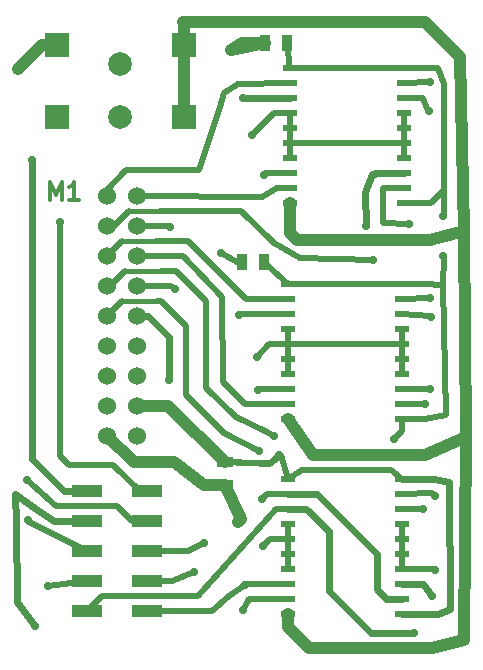
<source format=gtl>
G04 (created by PCBNEW (2013-08-24 BZR 4298)-stable) date Sun 27 Oct 2013 08:15:41 PM PDT*
%MOIN*%
G04 Gerber Fmt 3.4, Leading zero omitted, Abs format*
%FSLAX34Y34*%
G01*
G70*
G90*
G04 APERTURE LIST*
%ADD10C,0.005906*%
%ADD11C,0.011811*%
%ADD12R,0.050000X0.020000*%
%ADD13R,0.035000X0.055000*%
%ADD14R,0.055000X0.035000*%
%ADD15R,0.100000X0.039000*%
%ADD16C,0.060000*%
%ADD17C,0.078700*%
%ADD18R,0.078700X0.078700*%
%ADD19C,0.027559*%
%ADD20C,0.019685*%
%ADD21C,0.023622*%
%ADD22C,0.039370*%
%ADD23C,0.015748*%
G04 APERTURE END LIST*
G54D10*
G54D11*
X54955Y-30290D02*
X54955Y-29700D01*
X55151Y-30122D01*
X55348Y-29700D01*
X55348Y-30290D01*
X55939Y-30290D02*
X55601Y-30290D01*
X55770Y-30290D02*
X55770Y-29700D01*
X55714Y-29784D01*
X55658Y-29840D01*
X55601Y-29868D01*
G54D12*
X66699Y-37600D03*
X66699Y-37100D03*
X66699Y-36600D03*
X66699Y-36100D03*
X66699Y-35600D03*
X66699Y-35100D03*
X66699Y-34600D03*
X66699Y-34100D03*
X66699Y-33600D03*
X66699Y-33100D03*
X62899Y-33100D03*
X62899Y-33600D03*
X62899Y-34100D03*
X62899Y-34600D03*
X62899Y-35100D03*
X62899Y-35600D03*
X62899Y-36100D03*
X62899Y-36600D03*
X62899Y-37100D03*
X62899Y-37600D03*
X66750Y-30399D03*
X66750Y-29899D03*
X66750Y-29399D03*
X66750Y-28899D03*
X66750Y-28399D03*
X66750Y-27899D03*
X66750Y-27399D03*
X66750Y-26899D03*
X66750Y-26399D03*
X66750Y-25899D03*
X62950Y-25899D03*
X62950Y-26399D03*
X62950Y-26899D03*
X62950Y-27399D03*
X62950Y-27899D03*
X62950Y-28399D03*
X62950Y-28899D03*
X62950Y-29399D03*
X62950Y-29899D03*
X62950Y-30399D03*
X66699Y-44088D03*
X66699Y-43588D03*
X66699Y-43088D03*
X66699Y-42588D03*
X66699Y-42088D03*
X66699Y-41588D03*
X66699Y-41088D03*
X66699Y-40588D03*
X66699Y-40088D03*
X66699Y-39588D03*
X62899Y-39588D03*
X62899Y-40088D03*
X62899Y-40588D03*
X62899Y-41088D03*
X62899Y-41588D03*
X62899Y-42088D03*
X62899Y-42588D03*
X62899Y-43088D03*
X62899Y-43588D03*
X62899Y-44088D03*
G54D13*
X62103Y-32358D03*
X61353Y-32358D03*
X62875Y-25059D03*
X62125Y-25059D03*
G54D14*
X60811Y-39030D03*
X60811Y-39780D03*
G54D15*
X56200Y-40000D03*
X56200Y-41000D03*
X56200Y-42000D03*
X56200Y-43000D03*
X56200Y-44000D03*
X58200Y-44000D03*
X58200Y-43000D03*
X58200Y-42000D03*
X58200Y-41000D03*
X58200Y-40000D03*
G54D16*
X57850Y-35149D03*
X57850Y-36149D03*
X57850Y-37149D03*
X57850Y-38149D03*
X56850Y-38149D03*
X56850Y-37149D03*
X56850Y-36149D03*
X56850Y-35149D03*
X56850Y-30149D03*
X56850Y-31149D03*
X56850Y-32149D03*
X56850Y-33149D03*
X56850Y-34149D03*
X57850Y-34149D03*
X57850Y-33149D03*
X57850Y-32149D03*
X57850Y-31149D03*
X57850Y-30149D03*
G54D17*
X57311Y-25763D03*
G54D18*
X55181Y-27535D03*
X55181Y-25133D03*
X59443Y-27535D03*
X59443Y-25133D03*
G54D17*
X57311Y-27535D03*
G54D19*
X62594Y-38791D03*
X66440Y-38251D03*
X68055Y-32173D03*
X68070Y-30826D03*
X53901Y-25917D03*
X67803Y-42629D03*
X62070Y-41830D03*
X61244Y-41039D03*
X61850Y-35511D03*
X60669Y-32059D03*
X61681Y-28141D03*
X61051Y-25251D03*
X65744Y-32295D03*
X66921Y-31110D03*
X58960Y-31181D03*
X67625Y-26346D03*
X62437Y-38169D03*
X67448Y-37090D03*
X67618Y-33555D03*
X59114Y-33263D03*
X61921Y-38669D03*
X62039Y-40259D03*
X58921Y-36283D03*
X67807Y-40173D03*
X61401Y-43956D03*
X54350Y-28948D03*
X61397Y-26885D03*
X55299Y-31011D03*
X62082Y-29456D03*
X54468Y-44480D03*
X65507Y-31165D03*
X54200Y-39641D03*
X67602Y-27311D03*
X61251Y-34118D03*
X54220Y-40960D03*
X61885Y-36629D03*
X60102Y-41732D03*
X67618Y-36610D03*
X54881Y-43153D03*
X59751Y-42681D03*
X67649Y-34185D03*
X67696Y-43500D03*
X67090Y-44728D03*
X61452Y-43114D03*
X67389Y-40606D03*
G54D20*
X66338Y-39291D02*
X63377Y-39291D01*
X63377Y-39291D02*
X62899Y-39588D01*
X66699Y-37600D02*
X66699Y-37993D01*
X62334Y-39066D02*
X61948Y-39066D01*
X61948Y-39066D02*
X60811Y-39030D01*
X62594Y-38791D02*
X62334Y-39066D01*
X66699Y-37993D02*
X66440Y-38251D01*
X68086Y-29968D02*
X68086Y-30811D01*
X68086Y-32204D02*
X68071Y-33115D01*
X68055Y-32173D02*
X68086Y-32204D01*
X68086Y-30811D02*
X68070Y-30826D01*
X62950Y-25899D02*
X66750Y-25899D01*
X62875Y-25059D02*
X62889Y-25090D01*
X62889Y-25090D02*
X62939Y-25888D01*
X62939Y-25888D02*
X62950Y-25899D01*
X66750Y-25899D02*
X67905Y-25885D01*
X67905Y-25885D02*
X68086Y-26444D01*
X68086Y-26444D02*
X68086Y-29968D01*
X68086Y-29968D02*
X67655Y-30399D01*
X67655Y-30399D02*
X66750Y-30399D01*
X66699Y-33100D02*
X67446Y-33100D01*
X67446Y-33100D02*
X68071Y-33115D01*
X67474Y-37600D02*
X66699Y-37600D01*
X68071Y-33115D02*
X68149Y-37460D01*
X68149Y-37460D02*
X67474Y-37600D01*
X62899Y-33100D02*
X62228Y-32507D01*
X62228Y-32507D02*
X62090Y-32350D01*
X62090Y-32350D02*
X62125Y-32315D01*
X62899Y-33100D02*
X66699Y-33100D01*
G54D21*
X66699Y-39588D02*
X67750Y-39588D01*
X67750Y-39588D02*
X68279Y-39688D01*
X68279Y-39688D02*
X68299Y-43940D01*
X68299Y-43940D02*
X67911Y-44088D01*
X67911Y-44088D02*
X66699Y-44088D01*
G54D20*
X66699Y-39588D02*
X66338Y-39291D01*
X62899Y-39588D02*
X62677Y-38779D01*
X62677Y-38779D02*
X62311Y-39082D01*
X62311Y-39082D02*
X60811Y-39030D01*
G54D22*
X57850Y-37149D02*
X58886Y-37149D01*
X58886Y-37149D02*
X60811Y-39030D01*
X55181Y-25133D02*
X54685Y-25133D01*
X54685Y-25133D02*
X53901Y-25917D01*
G54D20*
X66699Y-42588D02*
X67761Y-42588D01*
X67761Y-42588D02*
X67803Y-42629D01*
X62899Y-41588D02*
X62312Y-41588D01*
X62312Y-41588D02*
X62070Y-41830D01*
G54D22*
X60811Y-39780D02*
X61338Y-40944D01*
X61338Y-40944D02*
X61244Y-41039D01*
X56850Y-38149D02*
X56854Y-38149D01*
X56854Y-38149D02*
X57748Y-39043D01*
X57748Y-39043D02*
X59098Y-39043D01*
X59098Y-39043D02*
X60098Y-39779D01*
X60098Y-39779D02*
X60811Y-39780D01*
G54D20*
X62899Y-35100D02*
X62261Y-35100D01*
X62261Y-35100D02*
X61850Y-35511D01*
X61353Y-32358D02*
X61181Y-32358D01*
X61181Y-32358D02*
X60669Y-32059D01*
X62950Y-27399D02*
X62423Y-27399D01*
X62423Y-27399D02*
X61681Y-28141D01*
G54D22*
X62125Y-25059D02*
X61358Y-25059D01*
X61358Y-25059D02*
X61051Y-25251D01*
G54D20*
X66699Y-35100D02*
X62899Y-35100D01*
X66750Y-28399D02*
X62950Y-28399D01*
G54D22*
X60985Y-25282D02*
X62125Y-25059D01*
G54D20*
X66699Y-41588D02*
X66699Y-41088D01*
X66699Y-42088D02*
X66699Y-41588D01*
X66699Y-42588D02*
X66699Y-42088D01*
X62899Y-42088D02*
X62899Y-42588D01*
X62899Y-41588D02*
X62899Y-42088D01*
X62899Y-41088D02*
X62899Y-41588D01*
X66699Y-35600D02*
X66699Y-36100D01*
X66699Y-35100D02*
X66699Y-35600D01*
X66699Y-34600D02*
X66699Y-35100D01*
X62899Y-35600D02*
X62899Y-36100D01*
X62899Y-35100D02*
X62899Y-35600D01*
X62899Y-34600D02*
X62899Y-35100D01*
X66750Y-28399D02*
X66750Y-28899D01*
X66750Y-27899D02*
X66750Y-28399D01*
X66750Y-27399D02*
X66750Y-27899D01*
X62950Y-28399D02*
X62950Y-28899D01*
X62950Y-27899D02*
X62950Y-28399D01*
X62950Y-27399D02*
X62950Y-27899D01*
X57850Y-30149D02*
X62031Y-30208D01*
X62521Y-29892D02*
X62950Y-29899D01*
X62031Y-30208D02*
X62521Y-29892D01*
X56850Y-30149D02*
X56850Y-29964D01*
X61216Y-26417D02*
X62950Y-26399D01*
X60759Y-26720D02*
X61216Y-26417D01*
X60614Y-27200D02*
X60759Y-26720D01*
X59929Y-29303D02*
X60614Y-27200D01*
X57511Y-29303D02*
X59929Y-29303D01*
X56850Y-29964D02*
X57511Y-29303D01*
X56850Y-31149D02*
X57098Y-31149D01*
X61345Y-30649D02*
X62434Y-31738D01*
G54D23*
X57598Y-30649D02*
X58629Y-30649D01*
G54D20*
X58629Y-30649D02*
X58779Y-30649D01*
X58779Y-30649D02*
X61345Y-30649D01*
X57098Y-31149D02*
X57598Y-30649D01*
X66064Y-29899D02*
X66051Y-31051D01*
X66051Y-31051D02*
X66921Y-31110D01*
X66750Y-29899D02*
X66064Y-29899D01*
X65744Y-32295D02*
X63283Y-32227D01*
X63283Y-32227D02*
X62434Y-31738D01*
X66750Y-26399D02*
X67608Y-26364D01*
X58929Y-31149D02*
X57850Y-31149D01*
X58960Y-31181D02*
X58929Y-31149D01*
X67608Y-26364D02*
X67625Y-26346D01*
X62899Y-33600D02*
X61501Y-33600D01*
X57350Y-31649D02*
X56850Y-32149D01*
X59551Y-31649D02*
X58511Y-31649D01*
G54D23*
X58511Y-31649D02*
X57350Y-31649D01*
G54D20*
X61501Y-33600D02*
X59551Y-31649D01*
X62899Y-37100D02*
X61454Y-37100D01*
X59381Y-32149D02*
X57850Y-32149D01*
X60696Y-33515D02*
X59381Y-32149D01*
X60720Y-36374D02*
X60696Y-33515D01*
X61454Y-37100D02*
X60720Y-36374D01*
X56850Y-33149D02*
X56968Y-33149D01*
X60169Y-33649D02*
X60169Y-34913D01*
X59169Y-32649D02*
X60169Y-33649D01*
G54D23*
X57468Y-32649D02*
X58657Y-32649D01*
G54D20*
X58657Y-32649D02*
X59169Y-32649D01*
X56968Y-33149D02*
X57468Y-32649D01*
X60169Y-34913D02*
X60169Y-36566D01*
X60169Y-36566D02*
X61169Y-37543D01*
X61169Y-37543D02*
X62204Y-38023D01*
X62204Y-38023D02*
X62437Y-38169D01*
X67438Y-37100D02*
X66699Y-37100D01*
X67448Y-37090D02*
X67438Y-37100D01*
X57850Y-33149D02*
X59000Y-33149D01*
X67616Y-33557D02*
X66699Y-33600D01*
X67618Y-33555D02*
X67616Y-33557D01*
X59000Y-33149D02*
X59114Y-33263D01*
X62899Y-40088D02*
X62210Y-40088D01*
X57350Y-33649D02*
X56850Y-34149D01*
X58649Y-33649D02*
X58531Y-33649D01*
G54D23*
X58531Y-33649D02*
X57350Y-33649D01*
G54D20*
X59488Y-34488D02*
X58649Y-33649D01*
X59488Y-36779D02*
X59488Y-34488D01*
X61921Y-38669D02*
X60779Y-38055D01*
X60779Y-38055D02*
X59488Y-36779D01*
X62210Y-40088D02*
X62039Y-40259D01*
G54D21*
X62899Y-40088D02*
X63848Y-40088D01*
X63848Y-40088D02*
X65850Y-42090D01*
X65850Y-42090D02*
X65850Y-43275D01*
X65850Y-43275D02*
X66163Y-43588D01*
X66163Y-43588D02*
X66699Y-43588D01*
X58921Y-36283D02*
X58921Y-34846D01*
X58921Y-34846D02*
X58224Y-34149D01*
X58224Y-34149D02*
X57850Y-34149D01*
G54D20*
X62899Y-43588D02*
X61604Y-43588D01*
X67694Y-40061D02*
X67807Y-40173D01*
X67694Y-40061D02*
X66699Y-40088D01*
X61604Y-43588D02*
X61401Y-43956D01*
G54D21*
X56200Y-40000D02*
X55421Y-40000D01*
X55421Y-40000D02*
X54350Y-38929D01*
X54350Y-38929D02*
X54350Y-28948D01*
X61397Y-26885D02*
X61415Y-26903D01*
X61415Y-26903D02*
X62950Y-26899D01*
G54D20*
X58200Y-40000D02*
X57956Y-40000D01*
X57956Y-40000D02*
X57074Y-39118D01*
X57074Y-39118D02*
X55602Y-39118D01*
X55602Y-39118D02*
X55299Y-38814D01*
X55299Y-38814D02*
X55299Y-31011D01*
X62082Y-29456D02*
X62139Y-29399D01*
X62139Y-29399D02*
X62950Y-29399D01*
G54D21*
X65807Y-29413D02*
X65692Y-29413D01*
X66750Y-29399D02*
X65793Y-29399D01*
X65807Y-29413D02*
X65793Y-29399D01*
X53860Y-43690D02*
X54468Y-44480D01*
X53822Y-41027D02*
X53860Y-43690D01*
X55090Y-41000D02*
X54500Y-40598D01*
X54500Y-40598D02*
X53799Y-40098D01*
X53799Y-40098D02*
X53822Y-41027D01*
X55090Y-41000D02*
X56200Y-41000D01*
X65460Y-30039D02*
X65507Y-31165D01*
X65692Y-29413D02*
X65460Y-30039D01*
G54D20*
X66750Y-26899D02*
X67409Y-26899D01*
X67409Y-26899D02*
X67545Y-27253D01*
X57708Y-41000D02*
X57208Y-40500D01*
X57208Y-40500D02*
X55149Y-40500D01*
X55149Y-40500D02*
X54200Y-39641D01*
X57708Y-41000D02*
X58200Y-41000D01*
X67545Y-27253D02*
X67602Y-27311D01*
X56200Y-42000D02*
X54279Y-41019D01*
X61403Y-34108D02*
X62899Y-34100D01*
X61251Y-34118D02*
X61403Y-34108D01*
X54279Y-41019D02*
X54220Y-40960D01*
X58200Y-42000D02*
X59574Y-42000D01*
X61915Y-36600D02*
X62899Y-36600D01*
X61885Y-36629D02*
X61915Y-36600D01*
X60102Y-41732D02*
X60102Y-41732D01*
X59574Y-42000D02*
X60102Y-41732D01*
X56200Y-43000D02*
X54893Y-43165D01*
X67608Y-36600D02*
X66699Y-36600D01*
X67618Y-36610D02*
X67608Y-36600D01*
X54893Y-43165D02*
X54881Y-43153D01*
X66699Y-34100D02*
X67631Y-34167D01*
X59043Y-43000D02*
X58200Y-43000D01*
X59751Y-42681D02*
X59043Y-43000D01*
X67631Y-34167D02*
X67649Y-34185D01*
G54D21*
X66699Y-43088D02*
X67399Y-43088D01*
X67399Y-43088D02*
X67696Y-43500D01*
X67090Y-44728D02*
X65661Y-44728D01*
X65661Y-44728D02*
X64251Y-43318D01*
X64251Y-43318D02*
X64251Y-41342D01*
X64251Y-41342D02*
X63498Y-40588D01*
X63498Y-40588D02*
X62899Y-40588D01*
G54D20*
X62899Y-40588D02*
X62490Y-40588D01*
X56700Y-43500D02*
X56200Y-44000D01*
X59897Y-43489D02*
X56700Y-43500D01*
X62490Y-40588D02*
X59897Y-43489D01*
X58200Y-44000D02*
X60370Y-44000D01*
X60929Y-43496D02*
X61452Y-43114D01*
X60370Y-44000D02*
X60929Y-43496D01*
X66699Y-40588D02*
X67372Y-40588D01*
X61482Y-43084D02*
X62899Y-43088D01*
X61452Y-43114D02*
X61482Y-43084D01*
X67372Y-40588D02*
X67389Y-40606D01*
G54D22*
X59443Y-25133D02*
X59443Y-27535D01*
X59653Y-24354D02*
X59397Y-24354D01*
X59653Y-24354D02*
X67476Y-24354D01*
X67476Y-24354D02*
X68633Y-25511D01*
X68775Y-31334D02*
X68633Y-25511D01*
X59443Y-24399D02*
X59443Y-25133D01*
X59397Y-24354D02*
X59443Y-24399D01*
X68836Y-38146D02*
X68779Y-44948D01*
X62899Y-44529D02*
X62899Y-44088D01*
X63602Y-45232D02*
X62899Y-44529D01*
X67692Y-45232D02*
X63602Y-45232D01*
X68779Y-44948D02*
X67692Y-45232D01*
X68775Y-31334D02*
X68836Y-38146D01*
X68836Y-38146D02*
X68836Y-38181D01*
X63743Y-38807D02*
X62899Y-37600D01*
X67452Y-38807D02*
X63743Y-38807D01*
X68836Y-38181D02*
X67452Y-38807D01*
X62950Y-31379D02*
X62950Y-30399D01*
X63212Y-31641D02*
X62950Y-31379D01*
X67618Y-31641D02*
X63212Y-31641D01*
X68775Y-31334D02*
X67618Y-31641D01*
M02*

</source>
